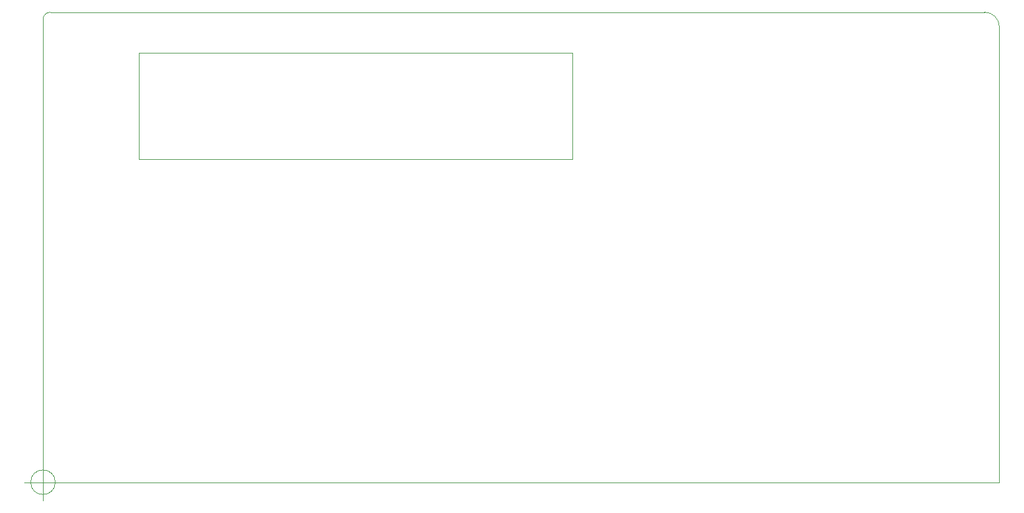
<source format=gm1>
%TF.GenerationSoftware,KiCad,Pcbnew,(5.1.8)-1*%
%TF.CreationDate,2021-11-23T00:18:45+09:00*%
%TF.ProjectId,pc1245,70633132-3435-42e6-9b69-6361645f7063,rev?*%
%TF.SameCoordinates,Original*%
%TF.FileFunction,Profile,NP*%
%FSLAX46Y46*%
G04 Gerber Fmt 4.6, Leading zero omitted, Abs format (unit mm)*
G04 Created by KiCad (PCBNEW (5.1.8)-1) date 2021-11-23 00:18:45*
%MOMM*%
%LPD*%
G01*
G04 APERTURE LIST*
%TA.AperFunction,Profile*%
%ADD10C,0.100000*%
%TD*%
%TA.AperFunction,Profile*%
%ADD11C,0.050000*%
%TD*%
G04 APERTURE END LIST*
D10*
X150500000Y-70000000D02*
X150500000Y-84500000D01*
X91500000Y-70000000D02*
X150500000Y-70000000D01*
X91500000Y-84500000D02*
X91500000Y-70000000D01*
X150500000Y-84500000D02*
X91500000Y-84500000D01*
D11*
X78500000Y-65500000D02*
G75*
G02*
X79500000Y-64500000I1000000J0D01*
G01*
X206500000Y-64500000D02*
G75*
G02*
X208500000Y-66500000I0J-2000000D01*
G01*
X78500000Y-65500000D02*
X78500000Y-128500000D01*
X206500000Y-64500000D02*
X79500000Y-64500000D01*
X208500000Y-128500000D02*
X208500000Y-66500000D01*
X78500000Y-128500000D02*
X208500000Y-128500000D01*
X80166666Y-128500000D02*
G75*
G03*
X80166666Y-128500000I-1666666J0D01*
G01*
X76000000Y-128500000D02*
X81000000Y-128500000D01*
X78500000Y-126000000D02*
X78500000Y-131000000D01*
M02*

</source>
